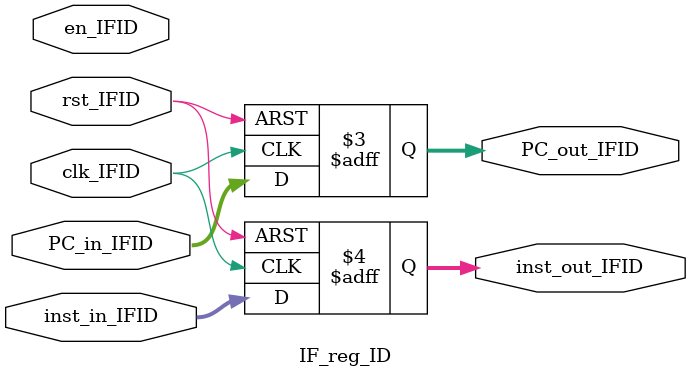
<source format=v>
module IF_reg_ID (
    input clk_IFID,                 //寄存器时钟
    input rst_IFID,                 //寄存器复位
    input en_IFID,                  //寄存器使能
    input [31:0] PC_in_IFID,        //PC输入
    input [31:0] inst_in_IFID,      //指令输入

    output reg [31:0] PC_out_IFID,  //PC输出
    output reg [31:0] inst_out_IFID //指令输出
);
    always @(posedge clk_IFID or posedge rst_IFID) begin
        if (rst_IFID==1'b1) begin
            PC_out_IFID <= 0;
            inst_out_IFID <= 0;
        end
        else begin
            PC_out_IFID <=  PC_in_IFID;
            inst_out_IFID <= inst_in_IFID;
        end
    end
endmodule //IF_reg_ID
</source>
